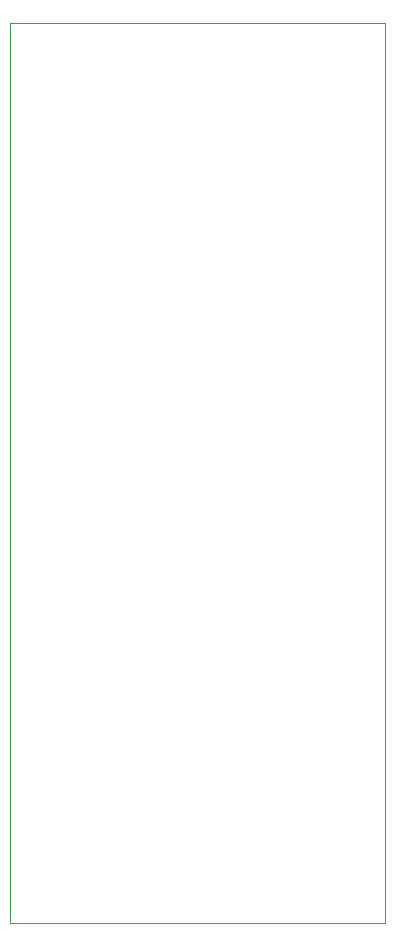
<source format=gbr>
%TF.GenerationSoftware,KiCad,Pcbnew,(6.0.0)*%
%TF.CreationDate,2022-01-13T23:18:41+01:00*%
%TF.ProjectId,pi-1w-shield,70692d31-772d-4736-9869-656c642e6b69,1.0*%
%TF.SameCoordinates,Original*%
%TF.FileFunction,Profile,NP*%
%FSLAX46Y46*%
G04 Gerber Fmt 4.6, Leading zero omitted, Abs format (unit mm)*
G04 Created by KiCad (PCBNEW (6.0.0)) date 2022-01-13 23:18:41*
%MOMM*%
%LPD*%
G01*
G04 APERTURE LIST*
%TA.AperFunction,Profile*%
%ADD10C,0.100000*%
%TD*%
G04 APERTURE END LIST*
D10*
X144780000Y-39370000D02*
X176550000Y-39370000D01*
X176550000Y-39370000D02*
X176550000Y-115540000D01*
X176550000Y-115540000D02*
X144780000Y-115570000D01*
X144780000Y-115570000D02*
X144780000Y-39370000D01*
M02*

</source>
